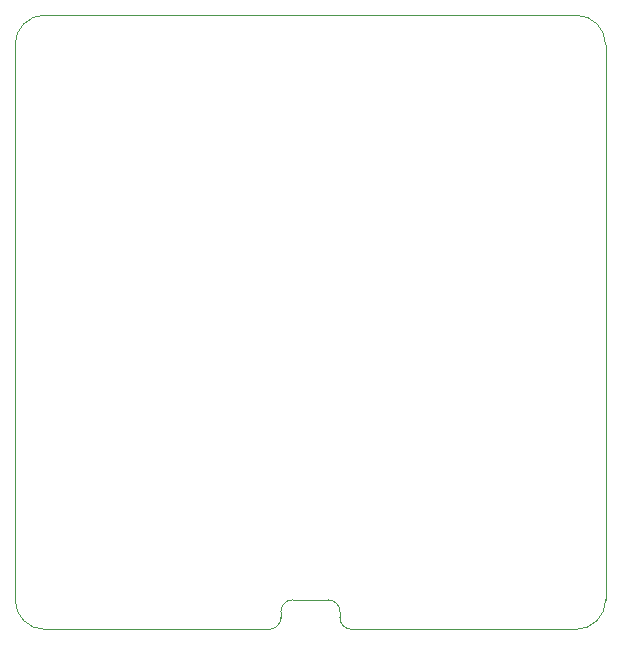
<source format=gbr>
G04 #@! TF.GenerationSoftware,KiCad,Pcbnew,8.0.6-8.0.6-0~ubuntu24.04.1*
G04 #@! TF.CreationDate,2024-11-04T16:08:53-05:00*
G04 #@! TF.ProjectId,breakout-tt06-qfn,62726561-6b6f-4757-942d-747430362d71,1.1*
G04 #@! TF.SameCoordinates,PX2b64660PY42c1d80*
G04 #@! TF.FileFunction,Profile,NP*
%FSLAX46Y46*%
G04 Gerber Fmt 4.6, Leading zero omitted, Abs format (unit mm)*
G04 Created by KiCad (PCBNEW 8.0.6-8.0.6-0~ubuntu24.04.1) date 2024-11-04 16:08:53*
%MOMM*%
%LPD*%
G01*
G04 APERTURE LIST*
G04 #@! TA.AperFunction,Profile*
%ADD10C,0.050000*%
G04 #@! TD*
G04 APERTURE END LIST*
D10*
X27500000Y1000000D02*
X27500000Y1500000D01*
X26500000Y2500000D02*
G75*
G02*
X27500000Y1500000I0J-1000000D01*
G01*
X22500000Y1500000D02*
X22500000Y1000000D01*
X47500000Y0D02*
X28500000Y0D01*
X2500000Y0D02*
G75*
G02*
X0Y2500000I0J2500000D01*
G01*
X2500000Y52000000D02*
X47500000Y52000000D01*
X47500000Y52000000D02*
G75*
G02*
X50000000Y49500000I0J-2500000D01*
G01*
X50000000Y49500000D02*
X50000000Y2500000D01*
X26500000Y2500000D02*
X23500000Y2500000D01*
X50000000Y2500000D02*
G75*
G02*
X47500000Y0I-2500000J0D01*
G01*
X0Y49500000D02*
G75*
G02*
X2500000Y52000000I2500000J0D01*
G01*
X22500000Y1000000D02*
G75*
G02*
X21500000Y0I-1000000J0D01*
G01*
X28500000Y0D02*
G75*
G02*
X27500000Y1000000I0J1000000D01*
G01*
X22500000Y1500000D02*
G75*
G02*
X23500000Y2500000I1000000J0D01*
G01*
X0Y2500000D02*
X0Y49500000D01*
X2500000Y0D02*
X21500000Y0D01*
M02*

</source>
